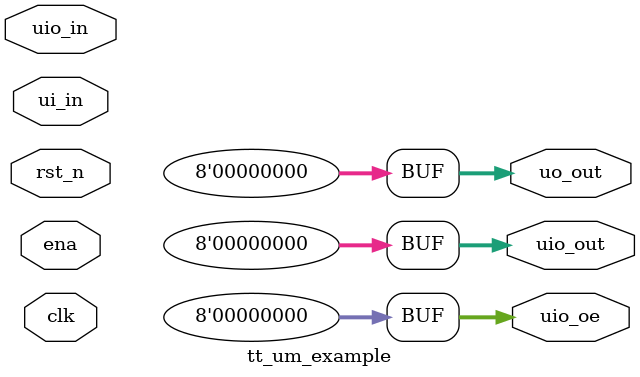
<source format=v>
/*
 * Copyright (c) 2024 Your Name
 * SPDX-License-Identifier: Apache-2.0
 */

`default_nettype none

module tt_um_example (
    input  wire [7:0] ui_in,    // Dedicated inputs
    output wire [7:0] uo_out,   // Dedicated outputs
    input  wire [7:0] uio_in,   // IOs: Input path
    output wire [7:0] uio_out,  // IOs: Output path
    output wire [7:0] uio_oe,   // IOs: Enable path (active high: 0=input, 1=output)
    input  wire       ena,      // will go high when the design is enabled
    input  wire       clk,      // clock
    input  wire       rst_n     // reset_n - low to reset
);

  // All output pins must be assigned. If not used, assign to 0.
    assign uo_out[0] = ui_in[0] & ~ui_in[4]& ~uio_in[5] | ui_in[1] & ~ui_in[4] & ui_in[5] |
        ui_in[2] & ui_in[4] & ~ui_in[5];  // Example: ou_out is the sum of ui_in and uio_in
  assign uio_out = 0;
  assign uio_oe  = 0;
    assign uo_out[7:0]=7'b0;

endmodule

</source>
